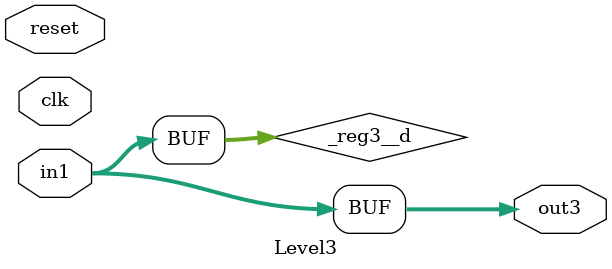
<source format=v>
module Top(
    input clk,
    input reset,
    input [15:0] in1,
    output [15:0] out1,
    output [15:0] out2,
    output [15:0] out3
);
    wire _level1__clk;
    wire _level1__reset;
    wire [15:0] _level1__in1;
    wire [15:0] _level1__out1;
    wire [15:0] _level1__out2;
    wire [15:0] _level1__out3;
    Level1 level1 (
        .clk(_level1__clk),
        .reset(_level1__reset),
        .in1(_level1__in1),
        .out1(_level1__out1),
        .out2(_level1__out2),
        .out3(_level1__out3)
    );
    assign _level1__clk = clk;
    assign _level1__in1 = in1;
    assign _level1__reset = reset;
    assign out1 = _level1__out1;
    assign out2 = _level1__out2;
    assign out3 = _level1__out3;
endmodule //Top
module Level1(
    input clk,
    input reset,
    input [15:0] in1,
    output [15:0] out1,
    output [15:0] out2,
    output [15:0] out3
);
    wire [15:0] _reg1__q;
    wire [15:0] _reg1__d;
    DFF_POSCLK #(.width(16)) reg1 (
        .q(_reg1__q),
        .d(_reg1__d),
        .clk(clk)
    );
    wire _level2__clk;
    wire _level2__reset;
    wire [15:0] _level2__in1;
    wire [15:0] _level2__out2;
    wire [15:0] _level2__out3;
    Level2 level2 (
        .clk(_level2__clk),
        .reset(_level2__reset),
        .in1(_level2__in1),
        .out2(_level2__out2),
        .out3(_level2__out3)
    );
    assign _level2__clk = clk;
    assign _level2__in1 = in1;
    assign _level2__reset = reset;
    assign out1 = _reg1__q;
    assign out2 = _level2__out2;
    assign out3 = _level2__out3;
    assign _reg1__d = in1;
endmodule //Level1
module DFF_POSCLK(q, d, clk);
    parameter width = 4;
    output reg [width-1:0] q;
    input [width-1:0] d;
    input clk;
    always @(posedge clk) begin
        q <= d;
    end
endmodule // DFF_POSCLK
module Level2(
    input clk,
    input reset,
    input [15:0] in1,
    output [15:0] out2,
    output [15:0] out3
);
    wire [15:0] _reg2__q;
    wire [15:0] _reg2__d;
    DFF_POSCLK #(.width(16)) reg2 (
        .q(_reg2__q),
        .d(_reg2__d),
        .clk(clk)
    );
    wire _level3__clk;
    wire _level3__reset;
    wire [15:0] _level3__in1;
    wire [15:0] _level3__out3;
    Level3 level3 (
        .clk(_level3__clk),
        .reset(_level3__reset),
        .in1(_level3__in1),
        .out3(_level3__out3)
    );
    assign _level3__clk = clk;
    assign _level3__in1 = in1;
    assign _level3__reset = reset;
    assign out2 = _reg2__q;
    assign out3 = _level3__out3;
    assign _reg2__d = in1;
endmodule //Level2
module Level3(
    input clk,
    input reset,
    input [15:0] in1,
    output [15:0] out3
);
    wire [15:0] _reg3__q;
    wire [15:0] _reg3__d;
    DFF_POSCLK #(.width(16)) reg3 (
        .q(_reg3__q),
        .d(_reg3__d),
        .clk(clk)
    );
    assign out3 = in1;
    assign _reg3__d = in1;
endmodule //Level3

</source>
